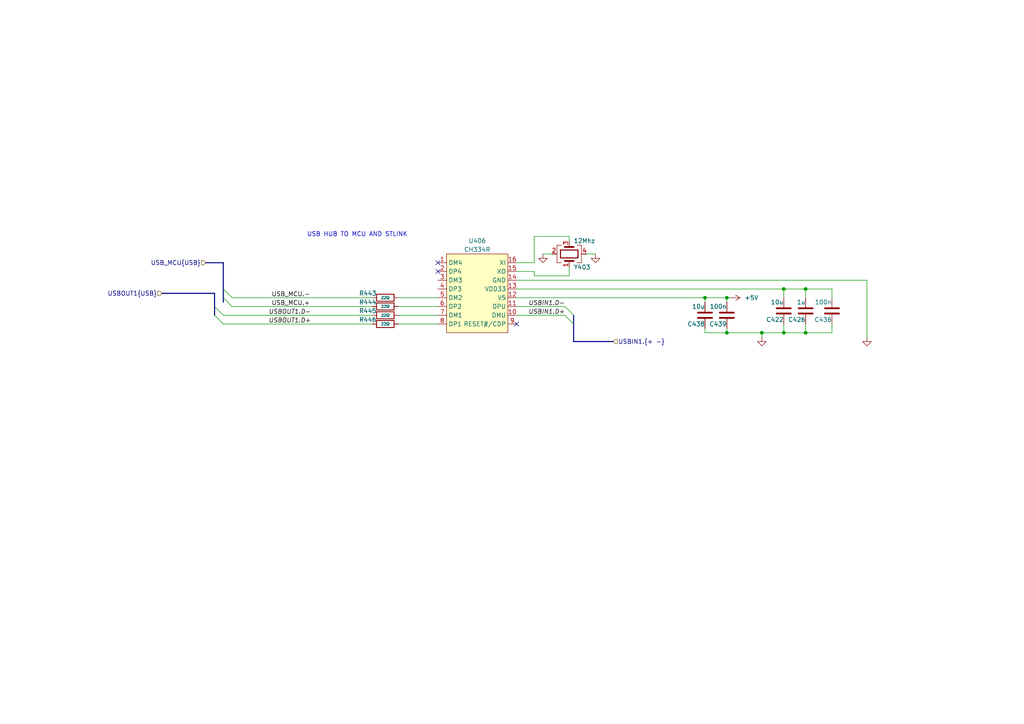
<source format=kicad_sch>
(kicad_sch (version 20231120) (generator "eeschema") (generator_version "8.0")
  (paper "A4")
  (title_block (date "2024-12-23") (rev "1.0.0") (company "KoNaR") (comment 1 "Base project authors: Dominik Pluta, Artem Horiunov"))
  (lib_symbols
    (symbol "Device:C" (pin_numbers hide) (pin_names (offset 0.254))
      (property "Reference" "C" (at 0.635 2.54 0))
      (property "Value" "C" (at 0.635 -2.54 0))
      (symbol "C_0_1"
        (polyline (pts (xy -2.032 -0.762) (xy 2.032 -0.762)) (stroke (width 0.508)))
        (polyline (pts (xy -2.032 0.762) (xy 2.032 0.762)) (stroke (width 0.508)))
      )
      (symbol "C_1_1"
        (pin passive line (at 0 3.81 270) (length 2.794) (name "~") (number "1"))
        (pin passive line (at 0 -3.81 90) (length 2.794) (name "~") (number "2"))
      )
    )
    (symbol "Device:Crystal_GND24" (pin_names (offset 1.016) hide)
      (property "Reference" "Y" (at 3.175 5.08 0))
      (property "Value" "Crystal_GND24" (at 3.175 3.175 0))
      (symbol "Crystal_GND24_0_1"
        (rectangle (start -1.143 2.54) (end 1.143 -2.54) (stroke (width 0.3048)))
        (polyline (pts (xy -2.54 0) (xy -2.032 0)))
        (polyline (pts (xy -2.032 -1.27) (xy -2.032 1.27)) (stroke (width 0.508)))
        (polyline (pts (xy 0 -3.81) (xy 0 -3.556)))
        (polyline (pts (xy 0 3.556) (xy 0 3.81)))
        (polyline (pts (xy 2.032 -1.27) (xy 2.032 1.27)) (stroke (width 0.508)))
        (polyline (pts (xy 2.032 0) (xy 2.54 0)))
        (polyline (pts (xy -2.54 -2.286) (xy -2.54 -3.556) (xy 2.54 -3.556) (xy 2.54 -2.286)))
        (polyline (pts (xy -2.54 2.286) (xy -2.54 3.556) (xy 2.54 3.556) (xy 2.54 2.286)))
      )
      (symbol "Crystal_GND24_1_1"
        (pin passive line (at -3.81 0 0) (length 1.27) (name "1") (number "1"))
        (pin passive line (at 0 5.08 270) (length 1.27) (name "2") (number "2"))
        (pin passive line (at 3.81 0 180) (length 1.27) (name "3") (number "3"))
        (pin passive line (at 0 -5.08 90) (length 1.27) (name "4") (number "4"))
      )
    )
    (symbol "PCM_JLCPCB-Resistors:0402,22Ω" (pin_numbers hide) (pin_names (offset 0))
      (property "Reference" "R" (at 1.778 0 0))
      (property "Value" "22Ω" (at 0 0 90))
      (symbol "0402,22Ω_0_1"
        (rectangle (start -1.016 2.54) (end 1.016 -2.54) (stroke (width 0.254)))
      )
      (symbol "0402,22Ω_1_1"
        (pin passive line (at 0 3.81 270) (length 1.27) (name "~") (number "1"))
        (pin passive line (at 0 -3.81 90) (length 1.27) (name "~") (number "2"))
      )
    )
    (symbol "WCH_USB:CH334R"
      (property "Reference" "U" (at 0 3.81 0))
      (property "Value" "CH334R" (at 0 1.27 0))
      (symbol "CH334R_0_1"
        (rectangle (start -8.89 0) (end 8.89 -22.86) (stroke (width 0.1524)) (fill (type background)))
      )
      (symbol "CH334R_1_1"
        (pin bidirectional line (at -11.43 -2.54 0) (length 2.54) (name "DM4") (number "1"))
        (pin bidirectional line (at 11.43 -17.78 180) (length 2.54) (name "DMU") (number "10"))
        (pin bidirectional line (at 11.43 -15.24 180) (length 2.54) (name "DPU") (number "11"))
        (pin power_in line (at 11.43 -12.7 180) (length 2.54) (name "V5") (number "12"))
        (pin power_out line (at 11.43 -10.16 180) (length 2.54) (name "VDD33") (number "13"))
        (pin power_in line (at 11.43 -7.62 180) (length 2.54) (name "GND") (number "14"))
        (pin bidirectional line (at 11.43 -5.08 180) (length 2.54) (name "XO") (number "15"))
        (pin bidirectional line (at 11.43 -2.54 180) (length 2.54) (name "XI") (number "16"))
        (pin bidirectional line (at -11.43 -5.08 0) (length 2.54) (name "DP4") (number "2"))
        (pin bidirectional line (at -11.43 -7.62 0) (length 2.54) (name "DM3") (number "3"))
        (pin bidirectional line (at -11.43 -10.16 0) (length 2.54) (name "DP3") (number "4"))
        (pin bidirectional line (at -11.43 -12.7 0) (length 2.54) (name "DM2") (number "5"))
        (pin bidirectional line (at -11.43 -15.24 0) (length 2.54) (name "DP2") (number "6"))
        (pin bidirectional line (at -11.43 -17.78 0) (length 2.54) (name "DM1") (number "7"))
        (pin bidirectional line (at -11.43 -20.32 0) (length 2.54) (name "DP1") (number "8"))
        (pin bidirectional line (at 11.43 -20.32 180) (length 2.54) (name "RESET#/CDP") (number "9"))
      )
    )
    (symbol "power:+5V" (power) (pin_numbers hide) (pin_names (offset 0) hide)
      (property "Value" "+5V" (at 0 3.556 0))
      (symbol "+5V_0_1"
        (polyline (pts (xy -0.762 1.27) (xy 0 2.54)))
        (polyline (pts (xy 0 0) (xy 0 2.54)))
        (polyline (pts (xy 0 2.54) (xy 0.762 1.27)))
      )
      (symbol "+5V_1_1"
        (pin power_in line (at 0 0 90) (length 0) (name "~") (number "1"))
      )
    )
    (symbol "power:GND" (power) (pin_names (offset 0))
      (property "Value" "GND" (at 0 -3.81 0))
      (symbol "GND_0_1"
        (polyline (pts (xy 0 0) (xy 0 -1.27) (xy 1.27 -1.27) (xy 0 -2.54) (xy -1.27 -1.27) (xy 0 -1.27)))
      )
      (symbol "GND_1_1"
        (pin power_in line (at 0 0 270) (length 0) hide (name "GND") (number "1"))
      )
    )
  )
  (bus_alias "USB" (members "+" "-"))
  (junction (at 220.98 96.52))
  (junction (at 227.33 96.52))
  (junction (at 210.82 96.52))
  (junction (at 204.47 86.36))
  (junction (at 233.68 83.82))
  (junction (at 210.82 86.36))
  (junction (at 233.68 96.52))
  (junction (at 227.33 83.82))
  (no_connect (at 127 78.74))
  (no_connect (at 127 76.2))
  (no_connect (at 149.86 93.98))
  (bus_entry (at 64.77 83.82) (size 2.54 2.54))
  (bus_entry (at 166.37 93.98) (size -2.54 -2.54))
  (bus_entry (at 64.77 91.44) (size -2.54 -2.54))
  (bus_entry (at 64.77 93.98) (size -2.54 -2.54))
  (bus_entry (at 166.37 91.44) (size -2.54 -2.54))
  (bus_entry (at 64.77 86.36) (size 2.54 2.54))
  (bus (pts (xy 64.77 86.36) (xy 64.77 87.63)))
  (wire (pts (xy 64.77 93.98) (xy 107.95 93.98)))
  (wire (pts (xy 170.18 73.66) (xy 172.72 73.66)))
  (wire (pts (xy 64.77 91.44) (xy 107.95 91.44)))
  (wire (pts (xy 154.94 80.01) (xy 165.1 80.01)))
  (wire (pts (xy 251.46 81.28) (xy 149.86 81.28)))
  (wire (pts (xy 210.82 87.63) (xy 210.82 86.36)))
  (wire (pts (xy 157.48 73.66) (xy 160.02 73.66)))
  (wire (pts (xy 241.3 93.98) (xy 241.3 96.52)))
  (wire (pts (xy 233.68 83.82) (xy 227.33 83.82)))
  (wire (pts (xy 220.98 96.52) (xy 210.82 96.52)))
  (wire (pts (xy 154.94 68.58) (xy 165.1 68.58)))
  (bus (pts (xy 166.37 93.98) (xy 166.37 99.06)))
  (wire (pts (xy 241.3 96.52) (xy 233.68 96.52)))
  (bus (pts (xy 59.69 76.2) (xy 64.77 76.2)))
  (wire (pts (xy 149.86 76.2) (xy 154.94 76.2)))
  (wire (pts (xy 204.47 95.25) (xy 204.47 96.52)))
  (wire (pts (xy 67.31 86.36) (xy 107.95 86.36)))
  (wire (pts (xy 149.86 91.44) (xy 163.83 91.44)))
  (wire (pts (xy 204.47 96.52) (xy 210.82 96.52)))
  (bus (pts (xy 62.23 85.09) (xy 62.23 88.9)))
  (wire (pts (xy 233.68 96.52) (xy 227.33 96.52)))
  (wire (pts (xy 154.94 80.01) (xy 154.94 78.74)))
  (bus (pts (xy 166.37 99.06) (xy 177.8 99.06)))
  (wire (pts (xy 227.33 96.52) (xy 227.33 93.98)))
  (wire (pts (xy 233.68 83.82) (xy 241.3 83.82)))
  (wire (pts (xy 241.3 86.36) (xy 241.3 83.82)))
  (wire (pts (xy 204.47 87.63) (xy 204.47 86.36)))
  (wire (pts (xy 220.98 96.52) (xy 220.98 97.79)))
  (wire (pts (xy 210.82 86.36) (xy 212.09 86.36)))
  (wire (pts (xy 115.57 88.9) (xy 127 88.9)))
  (wire (pts (xy 154.94 78.74) (xy 149.86 78.74)))
  (bus (pts (xy 64.77 83.82) (xy 64.77 86.36)))
  (wire (pts (xy 149.86 86.36) (xy 204.47 86.36)))
  (wire (pts (xy 210.82 86.36) (xy 204.47 86.36)))
  (wire (pts (xy 227.33 83.82) (xy 227.33 86.36)))
  (wire (pts (xy 115.57 86.36) (xy 127 86.36)))
  (wire (pts (xy 233.68 93.98) (xy 233.68 96.52)))
  (bus (pts (xy 166.37 91.44) (xy 166.37 93.98)))
  (wire (pts (xy 220.98 96.52) (xy 227.33 96.52)))
  (wire (pts (xy 149.86 88.9) (xy 163.83 88.9)))
  (wire (pts (xy 154.94 68.58) (xy 154.94 76.2)))
  (wire (pts (xy 115.57 93.98) (xy 127 93.98)))
  (wire (pts (xy 67.31 88.9) (xy 107.95 88.9)))
  (wire (pts (xy 233.68 83.82) (xy 233.68 86.36)))
  (wire (pts (xy 149.86 83.82) (xy 227.33 83.82)))
  (wire (pts (xy 115.57 91.44) (xy 127 91.44)))
  (bus (pts (xy 62.23 88.9) (xy 62.23 91.44)))
  (wire (pts (xy 165.1 68.58) (xy 165.1 69.85)))
  (wire (pts (xy 165.1 77.47) (xy 165.1 80.01)))
  (bus (pts (xy 64.77 76.2) (xy 64.77 83.82)))
  (wire (pts (xy 210.82 95.25) (xy 210.82 96.52)))
  (wire (pts (xy 251.46 97.79) (xy 251.46 81.28)))
  (bus (pts (xy 62.23 85.09) (xy 46.99 85.09)))
  (text "USB HUB TO MCU AND STLINK" (at 103.632 68.072 0) (effects (font (size 1.27 1.27))))
  (label "USBIN1.D+" (at 163.83 91.44 180) (effects (font (italic yes))))
  (label "USB_MCU.+" (at 78.74 88.9 0))
  (label "USB_MCU.-" (at 78.74 86.36 0))
  (label "USBIN1.D-" (at 163.83 88.9 180) (effects (font (italic yes))))
  (label "USBOUT1.D-" (at 90.17 91.44 180) (effects (font (italic yes))))
  (label "USBOUT1.D+" (at 90.17 93.98 180) (effects (font (italic yes))))
  (hierarchical_label "USBIN1.{+ -}" (shape input) (at 177.8 99.06 0))
  (hierarchical_label "USBOUT1{USB}" (shape input) (at 46.99 85.09 180))
  (hierarchical_label "USB_MCU{USB}" (shape input) (at 59.69 76.2 180))
  (symbol (lib_id "power:GND") (at 251.46 97.79 0) (unit 1)
    (property "Reference" "#PWR0448" (effects (hide yes)))
    (property "Value" "GND" (effects (hide yes)))
  )
  (symbol (lib_id "PCM_JLCPCB-Resistors:0402,22Ω") (at 111.76 86.36 90) (unit 1)
    (property "Reference" "R443" (at 106.68 85.09 90))
    (property "Value" "22Ω" (at 111.76 86.36 90) (effects (font (size 0.8 0.8))))
    (property "Footprint" "PCM_JLCPCB:R_0402" (effects (hide yes)))
    (property "Datasheet" "https://www.lcsc.com/datasheet/lcsc_datasheet_2205311900_UNI-ROYAL-Uniroyal-Elec-0402WGF220JTCE_C25092.pdf" (effects (hide yes)))
    (property "Description" "62.5mW Thick Film Resistors 50V ±1% ±100ppm/°C 22Ω 0402 Chip Resistor - Surface Mount ROHS" (effects (hide yes)))
    (property "LCSC" "C25092" (effects (hide yes)))
    (property "Stock" "2497993" (effects (hide yes)))
    (property "Price" "0.004USD" (effects (hide yes)))
    (property "Process" "SMT" (effects (hide yes)))
    (property "Minimum Qty" "20" (effects (hide yes)))
    (property "Attrition Qty" "10" (effects (hide yes)))
    (property "Class" "Basic Component" (effects (hide yes)))
    (property "Category" "Resistors,Chip Resistor - Surface Mount" (effects (hide yes)))
    (property "Manufacturer" "UNI-ROYAL(Uniroyal Elec)" (effects (hide yes)))
    (property "Part" "0402WGF220JTCE" (effects (hide yes)))
    (property "Resistance" "22Ω" (effects (hide yes)))
    (property "Power(Watts)" "62.5mW" (effects (hide yes)))
    (property "Type" "Thick Film Resistors" (effects (hide yes)))
    (property "Overload Voltage (Max)" "50V" (effects (hide yes)))
    (property "Operating Temperature Range" "-55°C~+155°C" (effects (hide yes)))
    (property "Tolerance" "±1%" (effects (hide yes)))
    (property "Temperature Coefficient" "±100ppm/°C" (effects (hide yes)))
  )
  (symbol (lib_id "power:GND") (at 172.72 73.66 0) (unit 1)
    (property "Reference" "#PWR0446" (effects (hide yes)))
    (property "Value" "GND" (effects (hide yes)))
  )
  (symbol (lib_id "Device:C") (at 233.68 90.17 180) (unit 1)
    (property "Reference" "C426" (at 233.68 92.71 0) (effects (justify left)))
    (property "Value" "1u" (at 233.68 87.63 0) (effects (justify left)))
    (property "Footprint" "Capacitor_SMD:C_0603_1608Metric" (effects (hide yes)))
  )
  (symbol (lib_id "Device:C") (at 210.82 91.44 180) (unit 1)
    (property "Reference" "C439" (at 210.82 93.98 0) (effects (justify left)))
    (property "Value" "100n" (at 210.82 88.9 0) (effects (justify left)))
    (property "Footprint" "Capacitor_SMD:C_0603_1608Metric" (effects (hide yes)))
  )
  (symbol (lib_id "power:GND") (at 220.98 97.79 0) (unit 1)
    (property "Reference" "#PWR0449" (effects (hide yes)))
    (property "Value" "GND" (effects (hide yes)))
  )
  (symbol (lib_id "Device:C") (at 204.47 91.44 180) (unit 1)
    (property "Reference" "C438" (at 204.47 93.98 0) (effects (justify left)))
    (property "Value" "10u" (at 204.47 88.9 0) (effects (justify left)))
    (property "Footprint" "Capacitor_SMD:C_0603_1608Metric" (effects (hide yes)))
  )
  (symbol (lib_id "PCM_JLCPCB-Resistors:0402,22Ω") (at 111.76 91.44 90) (unit 1)
    (property "Reference" "R445" (at 106.68 90.17 90))
    (property "Value" "22Ω" (at 111.76 91.44 90) (effects (font (size 0.8 0.8))))
    (property "Footprint" "PCM_JLCPCB:R_0402" (effects (hide yes)))
    (property "Datasheet" "https://www.lcsc.com/datasheet/lcsc_datasheet_2205311900_UNI-ROYAL-Uniroyal-Elec-0402WGF220JTCE_C25092.pdf" (effects (hide yes)))
    (property "Description" "62.5mW Thick Film Resistors 50V ±1% ±100ppm/°C 22Ω 0402 Chip Resistor - Surface Mount ROHS" (effects (hide yes)))
    (property "LCSC" "C25092" (effects (hide yes)))
    (property "Stock" "2497993" (effects (hide yes)))
    (property "Price" "0.004USD" (effects (hide yes)))
    (property "Process" "SMT" (effects (hide yes)))
    (property "Minimum Qty" "20" (effects (hide yes)))
    (property "Attrition Qty" "10" (effects (hide yes)))
    (property "Class" "Basic Component" (effects (hide yes)))
    (property "Category" "Resistors,Chip Resistor - Surface Mount" (effects (hide yes)))
    (property "Manufacturer" "UNI-ROYAL(Uniroyal Elec)" (effects (hide yes)))
    (property "Part" "0402WGF220JTCE" (effects (hide yes)))
    (property "Resistance" "22Ω" (effects (hide yes)))
    (property "Power(Watts)" "62.5mW" (effects (hide yes)))
    (property "Type" "Thick Film Resistors" (effects (hide yes)))
    (property "Overload Voltage (Max)" "50V" (effects (hide yes)))
    (property "Operating Temperature Range" "-55°C~+155°C" (effects (hide yes)))
    (property "Tolerance" "±1%" (effects (hide yes)))
    (property "Temperature Coefficient" "±100ppm/°C" (effects (hide yes)))
  )
  (symbol (lib_id "Device:C") (at 227.33 90.17 180) (unit 1)
    (property "Reference" "C422" (at 227.33 92.71 0) (effects (justify left)))
    (property "Value" "10u" (at 227.33 87.63 0) (effects (justify left)))
    (property "Footprint" "Capacitor_SMD:C_0603_1608Metric" (effects (hide yes)))
  )
  (symbol (lib_id "PCM_JLCPCB-Resistors:0402,22Ω") (at 111.76 93.98 90) (unit 1)
    (property "Reference" "R446" (at 106.68 92.71 90))
    (property "Value" "22Ω" (at 111.76 93.98 90) (effects (font (size 0.8 0.8))))
    (property "Footprint" "PCM_JLCPCB:R_0402" (effects (hide yes)))
    (property "Datasheet" "https://www.lcsc.com/datasheet/lcsc_datasheet_2205311900_UNI-ROYAL-Uniroyal-Elec-0402WGF220JTCE_C25092.pdf" (effects (hide yes)))
    (property "Description" "62.5mW Thick Film Resistors 50V ±1% ±100ppm/°C 22Ω 0402 Chip Resistor - Surface Mount ROHS" (effects (hide yes)))
    (property "LCSC" "C25092" (effects (hide yes)))
    (property "Stock" "2497993" (effects (hide yes)))
    (property "Price" "0.004USD" (effects (hide yes)))
    (property "Process" "SMT" (effects (hide yes)))
    (property "Minimum Qty" "20" (effects (hide yes)))
    (property "Attrition Qty" "10" (effects (hide yes)))
    (property "Class" "Basic Component" (effects (hide yes)))
    (property "Category" "Resistors,Chip Resistor - Surface Mount" (effects (hide yes)))
    (property "Manufacturer" "UNI-ROYAL(Uniroyal Elec)" (effects (hide yes)))
    (property "Part" "0402WGF220JTCE" (effects (hide yes)))
    (property "Resistance" "22Ω" (effects (hide yes)))
    (property "Power(Watts)" "62.5mW" (effects (hide yes)))
    (property "Type" "Thick Film Resistors" (effects (hide yes)))
    (property "Overload Voltage (Max)" "50V" (effects (hide yes)))
    (property "Operating Temperature Range" "-55°C~+155°C" (effects (hide yes)))
    (property "Tolerance" "±1%" (effects (hide yes)))
    (property "Temperature Coefficient" "±100ppm/°C" (effects (hide yes)))
  )
  (symbol (lib_id "PCM_JLCPCB-Resistors:0402,22Ω") (at 111.76 88.9 90) (unit 1)
    (property "Reference" "R444" (at 106.68 87.63 90))
    (property "Value" "22Ω" (at 111.76 88.9 90) (effects (font (size 0.8 0.8))))
    (property "Footprint" "PCM_JLCPCB:R_0402" (effects (hide yes)))
    (property "Datasheet" "https://www.lcsc.com/datasheet/lcsc_datasheet_2205311900_UNI-ROYAL-Uniroyal-Elec-0402WGF220JTCE_C25092.pdf" (effects (hide yes)))
    (property "Description" "62.5mW Thick Film Resistors 50V ±1% ±100ppm/°C 22Ω 0402 Chip Resistor - Surface Mount ROHS" (effects (hide yes)))
    (property "LCSC" "C25092" (effects (hide yes)))
    (property "Stock" "2497993" (effects (hide yes)))
    (property "Price" "0.004USD" (effects (hide yes)))
    (property "Process" "SMT" (effects (hide yes)))
    (property "Minimum Qty" "20" (effects (hide yes)))
    (property "Attrition Qty" "10" (effects (hide yes)))
    (property "Class" "Basic Component" (effects (hide yes)))
    (property "Category" "Resistors,Chip Resistor - Surface Mount" (effects (hide yes)))
    (property "Manufacturer" "UNI-ROYAL(Uniroyal Elec)" (effects (hide yes)))
    (property "Part" "0402WGF220JTCE" (effects (hide yes)))
    (property "Resistance" "22Ω" (effects (hide yes)))
    (property "Power(Watts)" "62.5mW" (effects (hide yes)))
    (property "Type" "Thick Film Resistors" (effects (hide yes)))
    (property "Overload Voltage (Max)" "50V" (effects (hide yes)))
    (property "Operating Temperature Range" "-55°C~+155°C" (effects (hide yes)))
    (property "Tolerance" "±1%" (effects (hide yes)))
    (property "Temperature Coefficient" "±100ppm/°C" (effects (hide yes)))
  )
  (symbol (lib_id "WCH_USB:CH334R") (at 138.43 73.66 0) (unit 1)
    (property "Reference" "U406" (at 138.43 69.85 0))
    (property "Value" "CH334R" (at 138.43 72.39 0))
    (property "Footprint" "Package_SO:QSOP-16_3.9x4.9mm_P0.635mm" (effects (hide yes)))
  )
  (symbol (lib_id "power:+5V") (at 212.09 86.36 270) (unit 1)
    (property "Reference" "#PWR0447" (effects (hide yes)))
    (property "Value" "+5V" (at 215.9 86.3599 90) (effects (justify left)))
    (property "Description" "Power symbol creates a global label with name \"+5V\"" (effects (hide yes)))
  )
  (symbol (lib_id "power:GND") (at 157.48 73.66 0) (unit 1)
    (property "Reference" "#PWR0445" (effects (hide yes)))
    (property "Value" "GND" (effects (hide yes)))
  )
  (symbol (lib_id "Device:Crystal_GND24") (at 165.1 73.66 90) (unit 1)
    (property "Reference" "Y403" (at 166.37 77.47 90) (effects (justify right)))
    (property "Value" "12Mhz" (at 166.37 69.85 90) (effects (justify right)))
    (property "Footprint" "Crystal:Crystal_SMD_3225-4Pin_3.2x2.5mm" (effects (hide yes)))
  )
  (symbol (lib_id "Device:C") (at 241.3 90.17 180) (unit 1)
    (property "Reference" "C436" (at 241.3 92.71 0) (effects (justify left)))
    (property "Value" "100n" (at 241.3 87.63 0) (effects (justify left)))
    (property "Footprint" "Capacitor_SMD:C_0402_1005Metric" (effects (hide yes)))
  )
)
</source>
